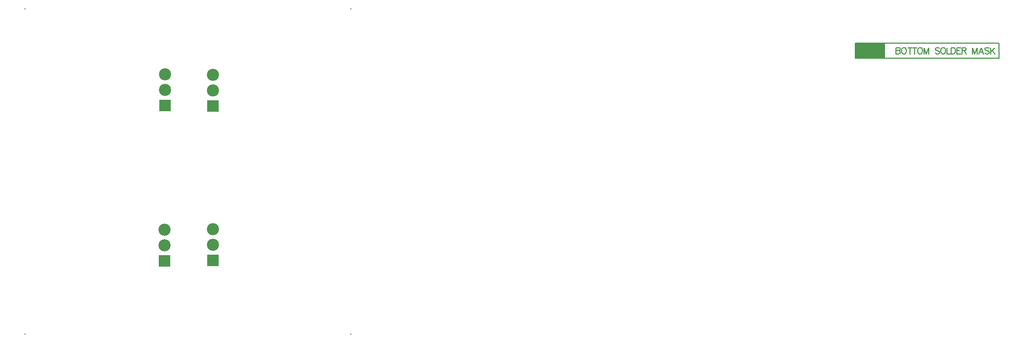
<source format=gbs>
G04 Layer_Color=16711935*
%FSLAX44Y44*%
%MOMM*%
G71*
G01*
G75*
%ADD14C,0.1270*%
%ADD15R,4.8260X2.4130*%
%ADD16C,1.9812*%
%ADD17R,1.9812X1.9812*%
%ADD18C,0.2032*%
D14*
X3075590Y1774788D02*
X3309270D01*
X3075590D02*
Y1798918D01*
X3309270Y1774788D02*
Y1798918D01*
X3075590D02*
X3309270D01*
X3141630Y1791803D02*
Y1781646D01*
Y1791803D02*
X3145984D01*
X3147435Y1791320D01*
X3147918Y1790836D01*
X3148402Y1789868D01*
Y1788901D01*
X3147918Y1787934D01*
X3147435Y1787450D01*
X3145984Y1786966D01*
X3141630D02*
X3145984D01*
X3147435Y1786483D01*
X3147918Y1785999D01*
X3148402Y1785031D01*
Y1783580D01*
X3147918Y1782613D01*
X3147435Y1782129D01*
X3145984Y1781646D01*
X3141630D01*
X3153578Y1791803D02*
X3152610Y1791320D01*
X3151643Y1790352D01*
X3151159Y1789385D01*
X3150676Y1787934D01*
Y1785515D01*
X3151159Y1784064D01*
X3151643Y1783097D01*
X3152610Y1782129D01*
X3153578Y1781646D01*
X3155513D01*
X3156480Y1782129D01*
X3157448Y1783097D01*
X3157931Y1784064D01*
X3158415Y1785515D01*
Y1787934D01*
X3157931Y1789385D01*
X3157448Y1790352D01*
X3156480Y1791320D01*
X3155513Y1791803D01*
X3153578D01*
X3164171D02*
Y1781646D01*
X3160785Y1791803D02*
X3167557D01*
X3172152D02*
Y1781646D01*
X3168766Y1791803D02*
X3175538D01*
X3179649D02*
X3178682Y1791320D01*
X3177715Y1790352D01*
X3177231Y1789385D01*
X3176747Y1787934D01*
Y1785515D01*
X3177231Y1784064D01*
X3177715Y1783097D01*
X3178682Y1782129D01*
X3179649Y1781646D01*
X3181584D01*
X3182552Y1782129D01*
X3183519Y1783097D01*
X3184003Y1784064D01*
X3184487Y1785515D01*
Y1787934D01*
X3184003Y1789385D01*
X3183519Y1790352D01*
X3182552Y1791320D01*
X3181584Y1791803D01*
X3179649D01*
X3186857D02*
Y1781646D01*
Y1791803D02*
X3190726Y1781646D01*
X3194596Y1791803D02*
X3190726Y1781646D01*
X3194596Y1791803D02*
Y1781646D01*
X3212251Y1790352D02*
X3211284Y1791320D01*
X3209833Y1791803D01*
X3207898D01*
X3206447Y1791320D01*
X3205479Y1790352D01*
Y1789385D01*
X3205963Y1788417D01*
X3206447Y1787934D01*
X3207414Y1787450D01*
X3210316Y1786483D01*
X3211284Y1785999D01*
X3211768Y1785515D01*
X3212251Y1784548D01*
Y1783097D01*
X3211284Y1782129D01*
X3209833Y1781646D01*
X3207898D01*
X3206447Y1782129D01*
X3205479Y1783097D01*
X3217427Y1791803D02*
X3216459Y1791320D01*
X3215492Y1790352D01*
X3215009Y1789385D01*
X3214525Y1787934D01*
Y1785515D01*
X3215009Y1784064D01*
X3215492Y1783097D01*
X3216459Y1782129D01*
X3217427Y1781646D01*
X3219362D01*
X3220329Y1782129D01*
X3221297Y1783097D01*
X3221780Y1784064D01*
X3222264Y1785515D01*
Y1787934D01*
X3221780Y1789385D01*
X3221297Y1790352D01*
X3220329Y1791320D01*
X3219362Y1791803D01*
X3217427D01*
X3224634D02*
Y1781646D01*
X3230439D01*
X3231551Y1791803D02*
Y1781646D01*
Y1791803D02*
X3234937D01*
X3236388Y1791320D01*
X3237356Y1790352D01*
X3237839Y1789385D01*
X3238323Y1787934D01*
Y1785515D01*
X3237839Y1784064D01*
X3237356Y1783097D01*
X3236388Y1782129D01*
X3234937Y1781646D01*
X3231551D01*
X3246884Y1791803D02*
X3240597D01*
Y1781646D01*
X3246884D01*
X3240597Y1786966D02*
X3244466D01*
X3248578Y1791803D02*
Y1781646D01*
Y1791803D02*
X3252931D01*
X3254382Y1791320D01*
X3254866Y1790836D01*
X3255349Y1789868D01*
Y1788901D01*
X3254866Y1787934D01*
X3254382Y1787450D01*
X3252931Y1786966D01*
X3248578D01*
X3251964D02*
X3255349Y1781646D01*
X3265604Y1791803D02*
Y1781646D01*
Y1791803D02*
X3269474Y1781646D01*
X3273343Y1791803D02*
X3269474Y1781646D01*
X3273343Y1791803D02*
Y1781646D01*
X3283985D02*
X3280115Y1791803D01*
X3276246Y1781646D01*
X3277697Y1785031D02*
X3282534D01*
X3293127Y1790352D02*
X3292159Y1791320D01*
X3290708Y1791803D01*
X3288773D01*
X3287322Y1791320D01*
X3286355Y1790352D01*
Y1789385D01*
X3286839Y1788417D01*
X3287322Y1787934D01*
X3288290Y1787450D01*
X3291192Y1786483D01*
X3292159Y1785999D01*
X3292643Y1785515D01*
X3293127Y1784548D01*
Y1783097D01*
X3292159Y1782129D01*
X3290708Y1781646D01*
X3288773D01*
X3287322Y1782129D01*
X3286355Y1783097D01*
X3295400Y1791803D02*
Y1781646D01*
X3302172Y1791803D02*
X3295400Y1785031D01*
X3297819Y1787450D02*
X3302172Y1781646D01*
D15*
X3099720Y1786853D02*
D03*
D16*
X2031000Y1747400D02*
D03*
Y1722000D02*
D03*
X1953000Y1748000D02*
D03*
Y1722600D02*
D03*
X2031000Y1496400D02*
D03*
Y1471000D02*
D03*
X1952000Y1495000D02*
D03*
Y1469600D02*
D03*
D17*
X2031000Y1696600D02*
D03*
X1953000Y1697200D02*
D03*
X2031000Y1445600D02*
D03*
X1952000Y1444200D02*
D03*
D18*
X1725000Y1855000D02*
D03*
X2255000D02*
D03*
X1725000Y1325000D02*
D03*
X2255000D02*
D03*
M02*

</source>
